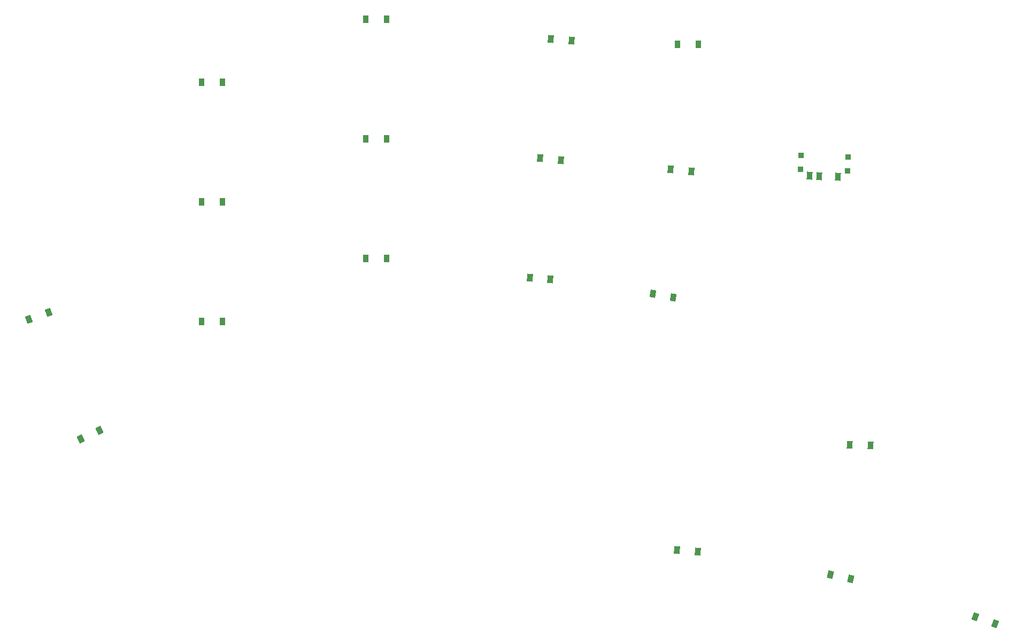
<source format=gbr>
%TF.GenerationSoftware,KiCad,Pcbnew,8.0.6*%
%TF.CreationDate,2025-01-06T03:54:34-07:00*%
%TF.ProjectId,left_circuit,6c656674-5f63-4697-9263-7569742e6b69,v1.0.0*%
%TF.SameCoordinates,Original*%
%TF.FileFunction,Paste,Top*%
%TF.FilePolarity,Positive*%
%FSLAX46Y46*%
G04 Gerber Fmt 4.6, Leading zero omitted, Abs format (unit mm)*
G04 Created by KiCad (PCBNEW 8.0.6) date 2025-01-06 03:54:34*
%MOMM*%
%LPD*%
G01*
G04 APERTURE LIST*
G04 Aperture macros list*
%AMRotRect*
0 Rectangle, with rotation*
0 The origin of the aperture is its center*
0 $1 length*
0 $2 width*
0 $3 Rotation angle, in degrees counterclockwise*
0 Add horizontal line*
21,1,$1,$2,0,0,$3*%
G04 Aperture macros list end*
%ADD10RotRect,0.900000X0.900000X358.000000*%
%ADD11RotRect,0.900000X1.250000X358.000000*%
%ADD12RotRect,0.900000X1.200000X355.000000*%
%ADD13R,0.900000X1.200000*%
%ADD14RotRect,0.900000X1.200000X348.000000*%
%ADD15RotRect,0.900000X1.200000X340.000000*%
%ADD16RotRect,0.900000X1.200000X358.000000*%
%ADD17RotRect,0.900000X1.200000X25.000000*%
%ADD18RotRect,0.900000X1.200000X350.000000*%
%ADD19RotRect,0.900000X1.200000X20.000000*%
G04 APERTURE END LIST*
D10*
%TO.C,T1*%
X244294507Y-139359193D03*
X244217728Y-141557853D03*
X251690000Y-139617449D03*
X251613221Y-141816109D03*
D11*
X250130077Y-142739911D03*
X247131904Y-142635212D03*
X245632818Y-142582863D03*
%TD*%
D12*
%TO.C,D11*%
X204628108Y-120845595D03*
X207915550Y-121133209D03*
%TD*%
D13*
%TO.C,D3*%
X149363757Y-165707765D03*
X152663757Y-165707765D03*
%TD*%
%TO.C,D14*%
X224730348Y-121718478D03*
X228030348Y-121718478D03*
%TD*%
D14*
%TO.C,D16*%
X248917371Y-205798028D03*
X252145259Y-206484136D03*
%TD*%
D12*
%TO.C,D9*%
X201316190Y-158700993D03*
X204603632Y-158988607D03*
%TD*%
D15*
%TO.C,D18*%
X271917282Y-212495641D03*
X275018268Y-213624307D03*
%TD*%
D16*
%TO.C,D17*%
X251984219Y-185211548D03*
X255282209Y-185326716D03*
%TD*%
D17*
%TO.C,D1*%
X130195065Y-184322551D03*
X133185881Y-182927911D03*
%TD*%
D13*
%TO.C,D4*%
X149363757Y-146707765D03*
X152663757Y-146707765D03*
%TD*%
%TO.C,D6*%
X175363757Y-155707765D03*
X178663757Y-155707765D03*
%TD*%
D18*
%TO.C,D12*%
X220825747Y-161252043D03*
X224075613Y-161825081D03*
%TD*%
D12*
%TO.C,D10*%
X202972149Y-139773294D03*
X206259591Y-140060908D03*
%TD*%
D19*
%TO.C,D2*%
X122060221Y-165321176D03*
X125161207Y-164192510D03*
%TD*%
D13*
%TO.C,D8*%
X175363757Y-117707765D03*
X178663757Y-117707765D03*
%TD*%
D12*
%TO.C,D13*%
X223641084Y-141570500D03*
X226928526Y-141858114D03*
%TD*%
%TO.C,D15*%
X224640062Y-201898181D03*
X227927504Y-202185795D03*
%TD*%
D13*
%TO.C,D7*%
X175363757Y-136707765D03*
X178663757Y-136707765D03*
%TD*%
%TO.C,D5*%
X149363757Y-127707765D03*
X152663757Y-127707765D03*
%TD*%
M02*

</source>
